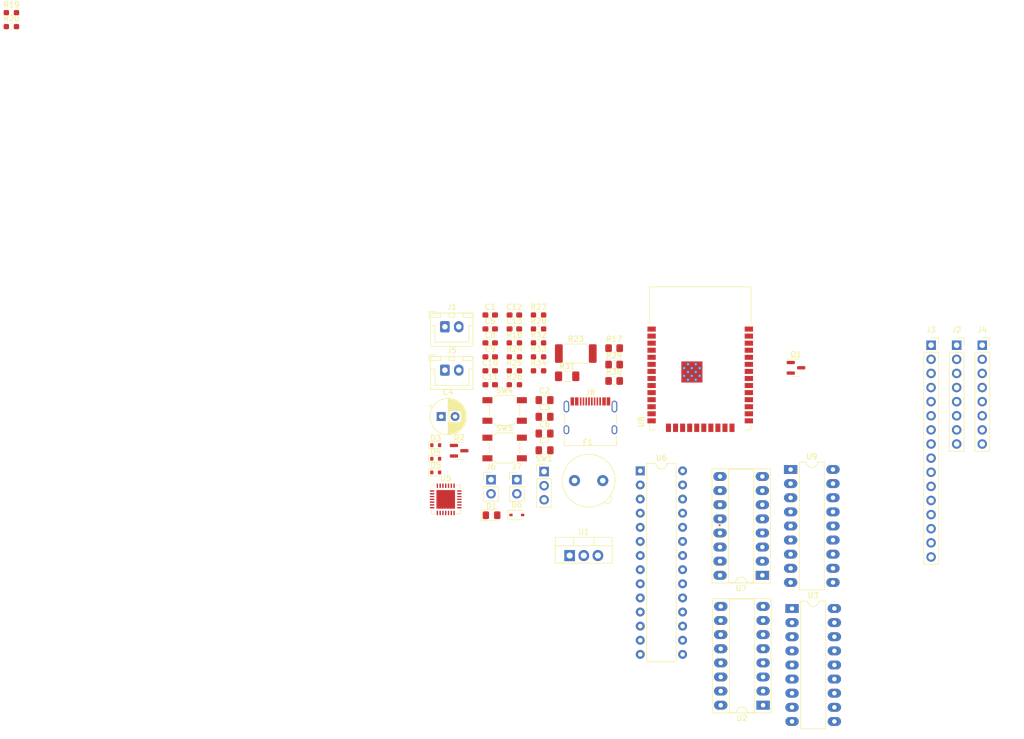
<source format=kicad_pcb>
(kicad_pcb (version 20221018) (generator pcbnew)
  (layers (0 "F.Cu" signal) (31 "B.Cu" signal) (34 "B.Paste" user) (35 "F.Paste" user) (36 "B.SilkS" user "B.Silkscreen") (37 "F.SilkS" user "F.Silkscreen") (38 "B.Mask" user) (39 "F.Mask" user) (44 "Edge.Cuts" user))
  (net 0 "")
  (net 1 "Net-(J1-Pin_1)")
  (net 2 "+3.3V")
  (net 3 "GND")
  (net 4 "Net-(U6-GPB0)")
  (net 5 "Net-(U6-GPB1)")
  (net 6 "Net-(U6-GPB2)")
  (net 7 "Net-(U6-GPB3)")
  (net 8 "Net-(U6-GPB4)")
  (net 9 "Net-(U6-GPB5)")
  (net 10 "Net-(U6-GPB6)")
  (net 11 "Net-(U6-GPB7)")
  (net 20 "Net-(U6-GPA0)")
  (net 21 "Net-(U6-GPA1)")
  (net 22 "Net-(U6-GPA2)")
  (net 23 "Net-(U6-GPA3)")
  (net 24 "Net-(U6-GPA4)")
  (net 25 "Net-(U6-GPA5)")
  (net 26 "Net-(U6-GPA6)")
  (net 27 "Net-(U6-GPA7)")
  (net 52 "Net-(J5-Pin_2)")
  (net 53 "EN")
  (net 54 "Net-(D1-A)")
  (net 55 "VBUS")
  (net 56 "D-")
  (net 57 "D+")
  (net 58 "5V+_USB")
  (net 59 "RXD0")
  (net 60 "TXD0")
  (net 61 "Net-(J8-CC1)")
  (net 63 "Net-(J8-CC2)")
  (net 65 "Net-(J8-SHIELD)")
  (net 66 "Net-(Q1-B)")
  (net 67 "RTS")
  (net 68 "Net-(Q2-B)")
  (net 69 "DTR")
  (net 70 "IO0")
  (net 71 "Net-(U5-VBUS)")
  (net 72 "Net-(U5-~{RST})")
  (net 73 "Net-(U5-TXD)")
  (net 74 "Net-(U5-RXD)")
  (net 75 "Net-(U5-~{RTS})")
  (net 76 "Net-(U5-~{DTR})")
  (net 94 "Net-(SW1-B)")
  (net 95 "Net-(J2-Pin_1)")
  (net 96 "Net-(J2-Pin_2)")
  (net 97 "Net-(J2-Pin_3)")
  (net 98 "Net-(J2-Pin_4)")
  (net 99 "Net-(J2-Pin_5)")
  (net 100 "Net-(J2-Pin_6)")
  (net 101 "Net-(J2-Pin_7)")
  (net 102 "Net-(J2-Pin_8)")
  (net 103 "Net-(J3-Pin_1)")
  (net 104 "Net-(J3-Pin_2)")
  (net 105 "Net-(J3-Pin_3)")
  (net 106 "Net-(J3-Pin_4)")
  (net 107 "Net-(J3-Pin_5)")
  (net 108 "Net-(J3-Pin_6)")
  (net 109 "Net-(J3-Pin_7)")
  (net 110 "Net-(J3-Pin_8)")
  (net 111 "Net-(J3-Pin_9)")
  (net 112 "Net-(J3-Pin_10)")
  (net 113 "Net-(J3-Pin_11)")
  (net 114 "Net-(J3-Pin_12)")
  (net 115 "Net-(J3-Pin_13)")
  (net 116 "Net-(J3-Pin_14)")
  (net 117 "Net-(J3-Pin_15)")
  (net 118 "Net-(J3-Pin_16)")
  (net 119 "Net-(J4-Pin_1)")
  (net 120 "Net-(J4-Pin_2)")
  (net 121 "Net-(J4-Pin_3)")
  (net 122 "Net-(J4-Pin_4)")
  (net 123 "Net-(J4-Pin_5)")
  (net 124 "Net-(J4-Pin_6)")
  (net 125 "Net-(J4-Pin_7)")
  (net 126 "Net-(J4-Pin_8)")
  (net 127 "Net-(U2-RCLK)")
  (net 128 "Net-(U2-SRCLK)")
  (net 129 "Net-(U2-~{OE})")
  (net 130 "+5V")
  (net 131 "Net-(U6-SDA)")
  (net 132 "Net-(U6-SCK)")
  (net 133 "Net-(U2-SER)")
  (net 134 "Net-(U2-QH')")
  (net 138 "/2")
  (net 139 "/3")
  (net 140 "/1")
  (net 141 "/4")
  (net 142 "/5")
  (net 143 "/6")
  (net 144 "/7")
  (net 145 "/8")
  (footprint "Resistor_SMD:R_0603_1608Metric_Pad0.98x0.95mm_HandSolder" (layer "F.Cu") (at 96.511 65.185)
    (fp_text reference "R34")
    (fp_text value "10kΩ")
  )
  (footprint "Resistor_SMD:R_0603_1608Metric_Pad0.98x0.95mm_HandSolder" (layer "F.Cu") (at 1.675 0.755)
    (fp_text reference "R19")
    (fp_text value "10kΩ")
  )
  (footprint "Capacitor_SMD:C_0603_1608Metric_Pad1.08x0.95mm_HandSolder" (layer "F.Cu") (at 87.811 57.655)
    (fp_text reference "C5")
    (fp_text value "100nF")
  )
  (footprint "Resistor_SMD:R_0603_1608Metric_Pad0.98x0.95mm_HandSolder" (layer "F.Cu") (at 1.675 3.265)
    (fp_text reference "R20")
    (fp_text value "10kΩ")
  )
  (footprint "Capacitor_SMD:C_0805_2012Metric_Pad1.18x1.45mm_HandSolder" (layer "F.Cu") (at 97.591 73.465)
    (fp_text reference "C3")
    (fp_text value "NC")
  )
  (footprint "Package_DIP:DIP-16_W7.62mm_Socket_LongPads" (layer "F.Cu") (at 136.906 125.349 180)
    (fp_text reference "U2")
    (fp_text value "74HC595")
  )
  (footprint "Package_DIP:DIP-28_W7.62mm" (layer "F.Cu") (at 114.808 83.185)
    (fp_text reference "U6")
    (fp_text value "MCP23017_SP")
  )
  (footprint "Package_TO_SOT_THT:TO-220-3_Vertical" (layer "F.Cu") (at 102.108 98.425)
    (fp_text reference "U1")
    (fp_text value "LD1117AV33")
  )
  (footprint "Connector_PinSocket_2.54mm:PinSocket_1x08_P2.54mm_Vertical" (layer "F.Cu") (at 171.732 60.579)
    (fp_text reference "J2")
    (fp_text value "Conn_01x08_Socket")
  )
  (footprint "Connector_PinSocket_2.54mm:PinSocket_1x16_P2.54mm_Vertical" (layer "F.Cu") (at 167.132 60.579)
    (fp_text reference "J3")
    (fp_text value "Conn_01x16_Socket")
  )
  (footprint "Package_TO_SOT_SMD:SOT-23" (layer "F.Cu") (at 82.221 79.565)
    (fp_text reference "Q2")
    (fp_text value "SS8050")
  )
  (footprint "Button_Switch_SMD:SW_SPST_SKQG_WithStem" (layer "F.Cu") (at 90.411 79.075)
    (fp_text reference "SW5")
    (fp_text value "Switch")
  )
  (footprint "Capacitor_SMD:C_0603_1608Metric_Pad1.08x0.95mm_HandSolder" (layer "F.Cu") (at 92.161 55.145)
    (fp_text reference "C12")
    (fp_text value "22uF")
  )
  (footprint "Resistor_SMD:R_0603_1608Metric_Pad0.98x0.95mm_HandSolder" (layer "F.Cu") (at 92.161 67.695)
    (fp_text reference "R26")
    (fp_text value "5.1kΩ")
  )
  (footprint "Connector_PinSocket_2.54mm:PinSocket_1x08_P2.54mm_Vertical" (layer "F.Cu") (at 176.332 60.579)
    (fp_text reference "J4")
    (fp_text value "Conn_01x08_Socket")
  )
  (footprint "Connector_USB:USB_C_Receptacle_HRO_TYPE-C-31-M-12" (layer "F.Cu") (at 105.841 74.745)
    (fp_text reference "J8")
    (fp_text value "USB_C_Receptacle_USB2.0")
  )
  (footprint "Resistor_SMD:R_0805_2012Metric_Pad1.20x1.40mm_HandSolder" (layer "F.Cu") (at 110.111 64.065)
    (fp_text reference "R29")
    (fp_text value "0Ω")
  )
  (footprint "Diode_SMD:D_SOD-523" (layer "F.Cu") (at 78.006 78.565)
    (fp_text reference "D3")
    (fp_text value "D_TVS")
  )
  (footprint "Button_Switch_SMD:SW_SPST_SKQG_WithStem" (layer "F.Cu") (at 90.411 72.325)
    (fp_text reference "SW4")
    (fp_text value "Switch")
  )
  (footprint "Diode_SMD:D_SOD-523" (layer "F.Cu") (at 78.006 83.465)
    (fp_text reference "D5")
    (fp_text value "D_TVS")
  )
  (footprint "Capacitor_SMD:C_0603_1608Metric_Pad1.08x0.95mm_HandSolder" (layer "F.Cu") (at 87.811 67.695)
    (fp_text reference "C11")
    (fp_text value "4.7uF")
  )
  (footprint "Package_DIP:DIP-16_W7.62mm_Socket_LongPads" (layer "F.Cu") (at 136.779 101.981 180)
    (fp_text reference "U7")
    (fp_text value "74HC595")
  )
  (footprint "Fuse:Fuseholder_TR5_Littelfuse_No560_No460" (layer "F.Cu") (at 102.981 84.935)
    (fp_text reference "F1")
    (fp_text value "250V500mA")
  )
  (footprint "Capacitor_SMD:C_0805_2012Metric_Pad1.18x1.45mm_HandSolder" (layer "F.Cu") (at 97.591 79.485)
    (fp_text reference "C7")
    (fp_text value "NC")
  )
  (footprint "Package_DIP:DIP-18_W7.62mm_LongPads" (layer "F.Cu") (at 142.113 107.95)
    (fp_text reference "U3")
    (fp_text value "ULN2803A")
  )
  (footprint "Resistor_SMD:R_0603_1608Metric_Pad0.98x0.95mm_HandSolder" (layer "F.Cu") (at 96.511 55.145)
    (fp_text reference "R27")
    (fp_text value "5.1kΩ")
  )
  (footprint "Resistor_SMD:R_0603_1608Metric_Pad0.98x0.95mm_HandSolder" (layer "F.Cu") (at 92.161 60.165)
    (fp_text reference "R18")
    (fp_text value "10kΩ")
  )
  (footprint "Resistor_SMD:R_0805_2012Metric_Pad1.20x1.40mm_HandSolder" (layer "F.Cu") (at 110.111 61.115)
    (fp_text reference "R17")
    (fp_text value "100Ω")
  )
  (footprint "Diode_SMD:D_SOD-523" (layer "F.Cu") (at 78.006 81.015)
    (fp_text reference "D4")
    (fp_text value "D_TVS")
  )
  (footprint "Resistor_SMD:R_0603_1608Metric_Pad0.98x0.95mm_HandSolder" (layer "F.Cu") (at 92.161 65.185)
    (fp_text reference "R25")
    (fp_text value "47.5kΩ")
  )
  (footprint "Package_TO_SOT_SMD:SOT-23" (layer "F.Cu") (at 142.8265 64.643)
    (fp_text reference "Q1")
    (fp_text value "SS8050")
  )
  (footprint "Resistor_SMD:R_1206_3216Metric_Pad1.30x1.75mm_HandSolder" (layer "F.Cu") (at 101.661 66.175)
    (fp_text reference "R31")
    (fp_text value "1kΩ")
  )
  (footprint "Capacitor_SMD:C_0603_1608Metric_Pad1.08x0.95mm_HandSolder" (layer "F.Cu") (at 87.811 60.165)
    (fp_text reference "C8")
    (fp_text value "100nF")
  )
  (footprint "RF_Module:ESP32-WROOM-32D" (layer "F.Cu") (at 125.598 65.928)
    (fp_text reference "U8")
    (fp_text value "ESP32-WROOM-32D")
  )
  (footprint "Capacitor_THT:CP_Radial_D6.3mm_P2.50mm" (layer "F.Cu") (at 78.996241 73.415)
    (fp_text reference "C4")
    (fp_text value "10uF")
  )
  (footprint "Capacitor_SMD:C_0805_2012Metric_Pad1.18x1.45mm_HandSolder" (layer "F.Cu") (at 97.591 70.455)
    (fp_text reference "C2")
    (fp_text value "NC")
  )
  (footprint "Connector_PinHeader_2.54mm:PinHeader_1x02_P2.54mm_Vertical" (layer "F.Cu") (at 92.611 84.775)
    (fp_text reference "J7")
    (fp_text value "Conn_01x02_Male")
  )
  (footprint "Capacitor_SMD:C_0603_1608Metric_Pad1.08x0.95mm_HandSolder" (layer "F.Cu") (at 87.811 62.675)
    (fp_text reference "C9")
    (fp_text value "NC")
  )
  (footprint "Connector_JST:JST_XH_B2B-XH-A_1x02_P2.50mm_Vertical" (layer "F.Cu") (at 79.661 57.265)
    (fp_text reference "J1")
    (fp_text value "GND|5V")
  )
  (footprint "Package_DIP:DIP-18_W7.62mm_LongPads" (layer "F.Cu") (at 141.863 82.942)
    (fp_text reference "U9")
    (fp_text value "ULN2803A")
  )
  (footprint "Resistor_SMD:R_0603_1608Metric_Pad0.98x0.95mm_HandSolder" (layer "F.Cu") (at 96.511 57.655)
    (fp_text reference "R28")
    (fp_text value "1kΩ")
  )
  (footprint "Resistor_SMD:R_0805_2012Metric_Pad1.20x1.40mm_HandSolder" (layer "F.Cu") (at 110.111 67.015)
    (fp_text reference "R30")
    (fp_text value "0Ω")
  )
  (footprint "Capacitor_SMD:C_0603_1608Metric_Pad1.08x0.95mm_HandSolder" (layer "F.Cu") (at 87.811 65.185)
    (fp_text reference "C10")
    (fp_text value "100nF")
  )
  (footprint "Connector_PinHeader_2.54mm:PinHeader_1x02_P2.54mm_Vertical" (layer "F.Cu") (at 87.961 84.775)
    (fp_text reference "J6")
    (fp_text value "Current Jumper")
  )
  (footprint "Capacitor_SMD:C_0603_1608Metric_Pad1.08x0.95mm_HandSolder" (layer "F.Cu") (at 87.811 55.145)
    (fp_text reference "C1")
    (fp_text value "100nF")
  )
  (footprint "Capacitor_SMD:C_0603_1608Metric_Pad1.08x0.95mm_HandSolder" (layer "F.Cu") (at 92.161 57.655)
    (fp_text reference "C13")
    (fp_text value "100nF")
  )
  (footprint "Diode_SMD:D_SOD-323" (layer "F.Cu") (at 92.596 91.125)
    (fp_text reference "D6")
    (fp_text value "BAT60A-7")
  )
  (footprint "Resistor_SMD:R_0603_1608Metric_Pad0.98x0.95mm_HandSolder" (layer "F.Cu") (at 92.161 62.675)
    (fp_text reference "R24")
    (fp_text value "22.1kΩ")
  )
  (footprint "LED_SMD:LED_0805_2012Metric_Pad1.15x1.40mm_HandSolder" (layer "F.Cu") (at 88.056 91.17)
    (fp_text reference "D1")
    (fp_text value "LED")
  )
  (footprint "Package_DFN_QFN:QFN-28-1EP_5x5mm_P0.5mm_EP3.35x3.35mm" (layer "F.Cu") (at 79.811 88.315)
    (fp_text reference "U5")
    (fp_text value "CP2102N-A01-GQFN28")
  )
  (footprint "Connector_JST:JST_XH_B2B-XH-A_1x02_P2.50mm_Vertical" (layer "F.Cu") (at 79.661 65.065)
    (fp_text reference "J5")
    (fp_text value "GND|3.3V")
  )
  (footprint "Resistor_SMD:R_2512_6332Metric_Pad1.40x3.35mm_HandSolder" (layer "F.Cu") (at 103.211 62.085)
    (fp_text reference "R23")
    (fp_text value "150kΩ1w")
  )
  (footprint "Capacitor_SMD:C_0805_2012Metric_Pad1.18x1.45mm_HandSolder" (layer "F.Cu") (at 97.591 76.475)
    (fp_text reference "C6")
    (fp_text value "NC")
  )
  (footprint "Resistor_SMD:R_0603_1608Metric_Pad0.98x0.95mm_HandSolder" (layer "F.Cu") (at 96.511 60.165)
    (fp_text reference "R32")
    (fp_text value "1kΩ")
  )
  (footprint "Connector_PinHeader_2.54mm:PinHeader_1x03_P2.54mm_Vertical" (layer "F.Cu") (at 97.511 83.315)
    (fp_text reference "SW1")
    (fp_text value "USB | PS")
  )
  (footprint "Resistor_SMD:R_0603_1608Metric_Pad0.98x0.95mm_HandSolder" (layer "F.Cu") (at 96.511 62.675)
    (fp_text reference "R33")
    (fp_text value "10kΩ")
  )
  (segment (start 129.032 92.964) (end 129.032 92.946) (width 0.25) (layer "F.Cu") (net 0))
  (segment (start 129.032 92.946) (end 129.159 92.946) (width 0.25) (layer "F.Cu") (net 0))
)
</source>
